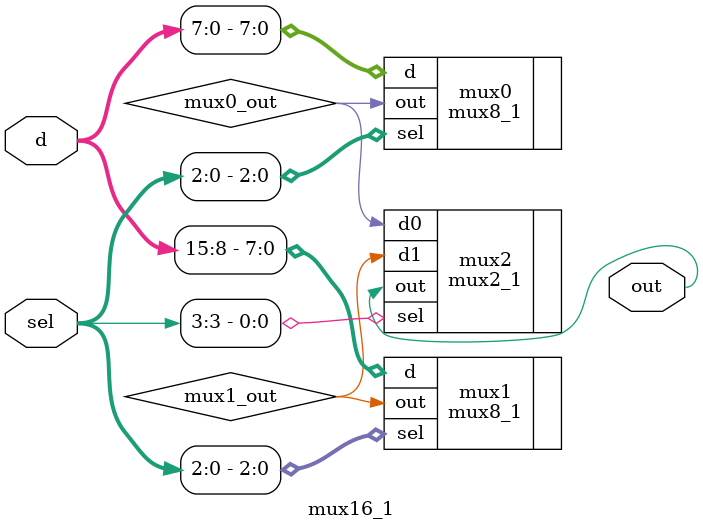
<source format=sv>
module mux16_1 (out, d, sel);
	input logic [15:0] d;
	input logic [3:0] sel;
	output logic out;
	
	logic mux0_out, mux1_out;
	
	mux8_1 mux0 (.out(mux0_out), .d(d[7:0]), .sel(sel[2:0]));
	mux8_1 mux1 (.out(mux1_out), .d(d[15:8]), .sel(sel[2:0]));
	mux2_1 mux2 (.out, .d0(mux0_out), .d1(mux1_out), .sel(sel[3]));
	
endmodule 
</source>
